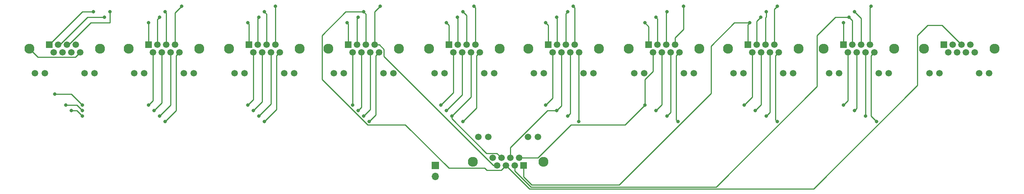
<source format=gbr>
%TF.GenerationSoftware,KiCad,Pcbnew,(5.1.10)-1*%
%TF.CreationDate,2021-12-13T10:36:09-08:00*%
%TF.ProjectId,Ethernet Splitter,45746865-726e-4657-9420-53706c697474,rev?*%
%TF.SameCoordinates,Original*%
%TF.FileFunction,Copper,L2,Bot*%
%TF.FilePolarity,Positive*%
%FSLAX46Y46*%
G04 Gerber Fmt 4.6, Leading zero omitted, Abs format (unit mm)*
G04 Created by KiCad (PCBNEW (5.1.10)-1) date 2021-12-13 10:36:09*
%MOMM*%
%LPD*%
G01*
G04 APERTURE LIST*
%TA.AperFunction,ComponentPad*%
%ADD10O,1.700000X1.700000*%
%TD*%
%TA.AperFunction,ComponentPad*%
%ADD11R,1.700000X1.700000*%
%TD*%
%TA.AperFunction,ComponentPad*%
%ADD12C,1.500000*%
%TD*%
%TA.AperFunction,ComponentPad*%
%ADD13C,2.300000*%
%TD*%
%TA.AperFunction,ComponentPad*%
%ADD14R,1.500000X1.500000*%
%TD*%
%TA.AperFunction,ViaPad*%
%ADD15C,0.800000*%
%TD*%
%TA.AperFunction,Conductor*%
%ADD16C,0.250000*%
%TD*%
G04 APERTURE END LIST*
D10*
%TO.P,J112,2*%
%TO.N,7*%
X134620000Y-109220000D03*
D11*
%TO.P,J112,1*%
%TO.N,8*%
X134620000Y-106680000D03*
%TD*%
D12*
%TO.P,J111,12*%
%TO.N,Net-(J111-Pad12)*%
X217030000Y-85360000D03*
%TO.P,J111,11*%
%TO.N,Net-(J111-Pad11)*%
X214740000Y-85360000D03*
%TO.P,J111,10*%
%TO.N,Net-(J111-Pad10)*%
X205600000Y-85360000D03*
%TO.P,J111,9*%
%TO.N,Net-(J111-Pad9)*%
X203310000Y-85360000D03*
D13*
%TO.P,J111,SH*%
%TO.N,8*%
X202040000Y-79650000D03*
X218300000Y-79650000D03*
D12*
%TO.P,J111,8*%
X213722000Y-80540000D03*
%TO.P,J111,6*%
%TO.N,6*%
X211690000Y-80540000D03*
%TO.P,J111,4*%
%TO.N,4*%
X209658000Y-80540000D03*
%TO.P,J111,2*%
%TO.N,2*%
X207626000Y-80540000D03*
%TO.P,J111,7*%
%TO.N,7*%
X212706000Y-78760000D03*
%TO.P,J111,5*%
%TO.N,5*%
X210674000Y-78760000D03*
%TO.P,J111,3*%
%TO.N,3*%
X208642000Y-78760000D03*
D14*
%TO.P,J111,1*%
%TO.N,1*%
X206610000Y-78760000D03*
%TD*%
D12*
%TO.P,J110,12*%
%TO.N,Net-(J110-Pad12)*%
X144520000Y-100080000D03*
%TO.P,J110,11*%
%TO.N,Net-(J110-Pad11)*%
X146810000Y-100080000D03*
%TO.P,J110,10*%
%TO.N,Net-(J110-Pad10)*%
X155950000Y-100080000D03*
%TO.P,J110,9*%
%TO.N,Net-(J110-Pad9)*%
X158240000Y-100080000D03*
D13*
%TO.P,J110,SH*%
%TO.N,8*%
X159510000Y-105790000D03*
X143250000Y-105790000D03*
D12*
%TO.P,J110,8*%
X147828000Y-104900000D03*
%TO.P,J110,6*%
%TO.N,6*%
X149860000Y-104900000D03*
%TO.P,J110,4*%
%TO.N,4*%
X151892000Y-104900000D03*
%TO.P,J110,2*%
%TO.N,2*%
X153924000Y-104900000D03*
%TO.P,J110,7*%
%TO.N,7*%
X148844000Y-106680000D03*
%TO.P,J110,5*%
%TO.N,5*%
X150876000Y-106680000D03*
%TO.P,J110,3*%
%TO.N,3*%
X152908000Y-106680000D03*
D14*
%TO.P,J110,1*%
%TO.N,1*%
X154940000Y-106680000D03*
%TD*%
D12*
%TO.P,J109,12*%
%TO.N,Net-(J109-Pad12)*%
X194170000Y-85340000D03*
%TO.P,J109,11*%
%TO.N,Net-(J109-Pad11)*%
X191880000Y-85340000D03*
%TO.P,J109,10*%
%TO.N,Net-(J109-Pad10)*%
X182740000Y-85340000D03*
%TO.P,J109,9*%
%TO.N,Net-(J109-Pad9)*%
X180450000Y-85340000D03*
D13*
%TO.P,J109,SH*%
%TO.N,8*%
X179180000Y-79630000D03*
X195440000Y-79630000D03*
D12*
%TO.P,J109,8*%
X190862000Y-80520000D03*
%TO.P,J109,6*%
%TO.N,6*%
X188830000Y-80520000D03*
%TO.P,J109,4*%
%TO.N,4*%
X186798000Y-80520000D03*
%TO.P,J109,2*%
%TO.N,2*%
X184766000Y-80520000D03*
%TO.P,J109,7*%
%TO.N,7*%
X189846000Y-78740000D03*
%TO.P,J109,5*%
%TO.N,5*%
X187814000Y-78740000D03*
%TO.P,J109,3*%
%TO.N,3*%
X185782000Y-78740000D03*
D14*
%TO.P,J109,1*%
%TO.N,1*%
X183750000Y-78740000D03*
%TD*%
D12*
%TO.P,J108,12*%
%TO.N,Net-(J108-Pad12)*%
X171020000Y-85360000D03*
%TO.P,J108,11*%
%TO.N,Net-(J108-Pad11)*%
X168730000Y-85360000D03*
%TO.P,J108,10*%
%TO.N,Net-(J108-Pad10)*%
X159590000Y-85360000D03*
%TO.P,J108,9*%
%TO.N,Net-(J108-Pad9)*%
X157300000Y-85360000D03*
D13*
%TO.P,J108,SH*%
%TO.N,8*%
X156030000Y-79650000D03*
X172290000Y-79650000D03*
D12*
%TO.P,J108,8*%
X167712000Y-80540000D03*
%TO.P,J108,6*%
%TO.N,6*%
X165680000Y-80540000D03*
%TO.P,J108,4*%
%TO.N,4*%
X163648000Y-80540000D03*
%TO.P,J108,2*%
%TO.N,2*%
X161616000Y-80540000D03*
%TO.P,J108,7*%
%TO.N,7*%
X166696000Y-78760000D03*
%TO.P,J108,5*%
%TO.N,5*%
X164664000Y-78760000D03*
%TO.P,J108,3*%
%TO.N,3*%
X162632000Y-78760000D03*
D14*
%TO.P,J108,1*%
%TO.N,1*%
X160600000Y-78760000D03*
%TD*%
D12*
%TO.P,J107,12*%
%TO.N,Net-(J107-Pad12)*%
X262130000Y-85340000D03*
%TO.P,J107,11*%
%TO.N,Net-(J107-Pad11)*%
X259840000Y-85340000D03*
%TO.P,J107,10*%
%TO.N,Net-(J107-Pad10)*%
X250700000Y-85340000D03*
%TO.P,J107,9*%
%TO.N,Net-(J107-Pad9)*%
X248410000Y-85340000D03*
D13*
%TO.P,J107,SH*%
%TO.N,8*%
X247140000Y-79630000D03*
X263400000Y-79630000D03*
D12*
%TO.P,J107,8*%
X258822000Y-80520000D03*
%TO.P,J107,6*%
%TO.N,6*%
X256790000Y-80520000D03*
%TO.P,J107,4*%
%TO.N,4*%
X254758000Y-80520000D03*
%TO.P,J107,2*%
%TO.N,2*%
X252726000Y-80520000D03*
%TO.P,J107,7*%
%TO.N,7*%
X257806000Y-78740000D03*
%TO.P,J107,5*%
%TO.N,5*%
X255774000Y-78740000D03*
%TO.P,J107,3*%
%TO.N,3*%
X253742000Y-78740000D03*
D14*
%TO.P,J107,1*%
%TO.N,1*%
X251710000Y-78740000D03*
%TD*%
D12*
%TO.P,J106,12*%
%TO.N,Net-(J106-Pad12)*%
X148160000Y-85340000D03*
%TO.P,J106,11*%
%TO.N,Net-(J106-Pad11)*%
X145870000Y-85340000D03*
%TO.P,J106,10*%
%TO.N,Net-(J106-Pad10)*%
X136730000Y-85340000D03*
%TO.P,J106,9*%
%TO.N,Net-(J106-Pad9)*%
X134440000Y-85340000D03*
D13*
%TO.P,J106,SH*%
%TO.N,8*%
X133170000Y-79630000D03*
X149430000Y-79630000D03*
D12*
%TO.P,J106,8*%
X144852000Y-80520000D03*
%TO.P,J106,6*%
%TO.N,6*%
X142820000Y-80520000D03*
%TO.P,J106,4*%
%TO.N,4*%
X140788000Y-80520000D03*
%TO.P,J106,2*%
%TO.N,2*%
X138756000Y-80520000D03*
%TO.P,J106,7*%
%TO.N,7*%
X143836000Y-78740000D03*
%TO.P,J106,5*%
%TO.N,5*%
X141804000Y-78740000D03*
%TO.P,J106,3*%
%TO.N,3*%
X139772000Y-78740000D03*
D14*
%TO.P,J106,1*%
%TO.N,1*%
X137740000Y-78740000D03*
%TD*%
D12*
%TO.P,J105,12*%
%TO.N,Net-(J105-Pad12)*%
X125010000Y-85360000D03*
%TO.P,J105,11*%
%TO.N,Net-(J105-Pad11)*%
X122720000Y-85360000D03*
%TO.P,J105,10*%
%TO.N,Net-(J105-Pad10)*%
X113580000Y-85360000D03*
%TO.P,J105,9*%
%TO.N,Net-(J105-Pad9)*%
X111290000Y-85360000D03*
D13*
%TO.P,J105,SH*%
%TO.N,8*%
X110020000Y-79650000D03*
X126280000Y-79650000D03*
D12*
%TO.P,J105,8*%
X121702000Y-80540000D03*
%TO.P,J105,6*%
%TO.N,6*%
X119670000Y-80540000D03*
%TO.P,J105,4*%
%TO.N,4*%
X117638000Y-80540000D03*
%TO.P,J105,2*%
%TO.N,2*%
X115606000Y-80540000D03*
%TO.P,J105,7*%
%TO.N,7*%
X120686000Y-78760000D03*
%TO.P,J105,5*%
%TO.N,5*%
X118654000Y-78760000D03*
%TO.P,J105,3*%
%TO.N,3*%
X116622000Y-78760000D03*
D14*
%TO.P,J105,1*%
%TO.N,1*%
X114590000Y-78760000D03*
%TD*%
D12*
%TO.P,J104,12*%
%TO.N,Net-(J104-Pad12)*%
X239020000Y-85340000D03*
%TO.P,J104,11*%
%TO.N,Net-(J104-Pad11)*%
X236730000Y-85340000D03*
%TO.P,J104,10*%
%TO.N,Net-(J104-Pad10)*%
X227590000Y-85340000D03*
%TO.P,J104,9*%
%TO.N,Net-(J104-Pad9)*%
X225300000Y-85340000D03*
D13*
%TO.P,J104,SH*%
%TO.N,8*%
X224030000Y-79630000D03*
X240290000Y-79630000D03*
D12*
%TO.P,J104,8*%
X235712000Y-80520000D03*
%TO.P,J104,6*%
%TO.N,6*%
X233680000Y-80520000D03*
%TO.P,J104,4*%
%TO.N,4*%
X231648000Y-80520000D03*
%TO.P,J104,2*%
%TO.N,2*%
X229616000Y-80520000D03*
%TO.P,J104,7*%
%TO.N,7*%
X234696000Y-78740000D03*
%TO.P,J104,5*%
%TO.N,5*%
X232664000Y-78740000D03*
%TO.P,J104,3*%
%TO.N,3*%
X230632000Y-78740000D03*
D14*
%TO.P,J104,1*%
%TO.N,1*%
X228600000Y-78740000D03*
%TD*%
D12*
%TO.P,J103,12*%
%TO.N,Net-(J103-Pad12)*%
X102150000Y-85340000D03*
%TO.P,J103,11*%
%TO.N,Net-(J103-Pad11)*%
X99860000Y-85340000D03*
%TO.P,J103,10*%
%TO.N,Net-(J103-Pad10)*%
X90720000Y-85340000D03*
%TO.P,J103,9*%
%TO.N,Net-(J103-Pad9)*%
X88430000Y-85340000D03*
D13*
%TO.P,J103,SH*%
%TO.N,8*%
X87160000Y-79630000D03*
X103420000Y-79630000D03*
D12*
%TO.P,J103,8*%
X98842000Y-80520000D03*
%TO.P,J103,6*%
%TO.N,6*%
X96810000Y-80520000D03*
%TO.P,J103,4*%
%TO.N,4*%
X94778000Y-80520000D03*
%TO.P,J103,2*%
%TO.N,2*%
X92746000Y-80520000D03*
%TO.P,J103,7*%
%TO.N,7*%
X97826000Y-78740000D03*
%TO.P,J103,5*%
%TO.N,5*%
X95794000Y-78740000D03*
%TO.P,J103,3*%
%TO.N,3*%
X93762000Y-78740000D03*
D14*
%TO.P,J103,1*%
%TO.N,1*%
X91730000Y-78740000D03*
%TD*%
D12*
%TO.P,J102,12*%
%TO.N,Net-(J102-Pad12)*%
X79000000Y-85360000D03*
%TO.P,J102,11*%
%TO.N,Net-(J102-Pad11)*%
X76710000Y-85360000D03*
%TO.P,J102,10*%
%TO.N,Net-(J102-Pad10)*%
X67570000Y-85360000D03*
%TO.P,J102,9*%
%TO.N,Net-(J102-Pad9)*%
X65280000Y-85360000D03*
D13*
%TO.P,J102,SH*%
%TO.N,8*%
X64010000Y-79650000D03*
X80270000Y-79650000D03*
D12*
%TO.P,J102,8*%
X75692000Y-80540000D03*
%TO.P,J102,6*%
%TO.N,6*%
X73660000Y-80540000D03*
%TO.P,J102,4*%
%TO.N,4*%
X71628000Y-80540000D03*
%TO.P,J102,2*%
%TO.N,2*%
X69596000Y-80540000D03*
%TO.P,J102,7*%
%TO.N,7*%
X74676000Y-78760000D03*
%TO.P,J102,5*%
%TO.N,5*%
X72644000Y-78760000D03*
%TO.P,J102,3*%
%TO.N,3*%
X70612000Y-78760000D03*
D14*
%TO.P,J102,1*%
%TO.N,1*%
X68580000Y-78760000D03*
%TD*%
D12*
%TO.P,J101,12*%
%TO.N,Net-(J101-Pad12)*%
X56140000Y-85340000D03*
%TO.P,J101,11*%
%TO.N,Net-(J101-Pad11)*%
X53850000Y-85340000D03*
%TO.P,J101,10*%
%TO.N,Net-(J101-Pad10)*%
X44710000Y-85340000D03*
%TO.P,J101,9*%
%TO.N,Net-(J101-Pad9)*%
X42420000Y-85340000D03*
D13*
%TO.P,J101,SH*%
%TO.N,8*%
X41150000Y-79630000D03*
X57410000Y-79630000D03*
D12*
%TO.P,J101,8*%
X52832000Y-80520000D03*
%TO.P,J101,6*%
%TO.N,6*%
X50800000Y-80520000D03*
%TO.P,J101,4*%
%TO.N,4*%
X48768000Y-80520000D03*
%TO.P,J101,2*%
%TO.N,2*%
X46736000Y-80520000D03*
%TO.P,J101,7*%
%TO.N,7*%
X51816000Y-78740000D03*
%TO.P,J101,5*%
%TO.N,5*%
X49784000Y-78740000D03*
%TO.P,J101,3*%
%TO.N,3*%
X47752000Y-78740000D03*
D14*
%TO.P,J101,1*%
%TO.N,1*%
X45720000Y-78740000D03*
%TD*%
D15*
%TO.N,8*%
X236220000Y-96520000D03*
X213360000Y-96520000D03*
X190500000Y-96520000D03*
X167640000Y-96520000D03*
X140970000Y-96520000D03*
X119380000Y-96520000D03*
X95250000Y-96520000D03*
X72390000Y-96520000D03*
%TO.N,6*%
X50800000Y-93980000D03*
X53340000Y-95250000D03*
X233680000Y-95250000D03*
X210820000Y-95250000D03*
X187960000Y-95250000D03*
X165100000Y-95250000D03*
X138430000Y-95250000D03*
X118110000Y-95250000D03*
X93980000Y-95250000D03*
X71120000Y-95250000D03*
%TO.N,4*%
X49530000Y-92710000D03*
X53340000Y-93980000D03*
X231140000Y-93980000D03*
X208280000Y-93980000D03*
X185420000Y-93980000D03*
X162560000Y-93980000D03*
X137160000Y-93980000D03*
X116840000Y-93980000D03*
X92710000Y-93980000D03*
X69850000Y-93980000D03*
%TO.N,2*%
X46990000Y-90170000D03*
X53340000Y-92710000D03*
X228600000Y-92710000D03*
X205740000Y-92710000D03*
X182880000Y-92710000D03*
X160020000Y-92710000D03*
X135890000Y-92710000D03*
X115570000Y-92710000D03*
X91440000Y-92710000D03*
X68580000Y-92710000D03*
%TO.N,7*%
X234950000Y-69850000D03*
X213360000Y-69850000D03*
X166370000Y-69850000D03*
X143510000Y-69850000D03*
X121920000Y-69850000D03*
X97790000Y-69850000D03*
X76200000Y-69850000D03*
X191770000Y-69850000D03*
%TO.N,5*%
X59689995Y-71119995D03*
X72390005Y-71119995D03*
X95250005Y-71119995D03*
X118110005Y-71119995D03*
X140970005Y-71119995D03*
X187960005Y-71119995D03*
X231140005Y-71119995D03*
X210820005Y-71119995D03*
X165100005Y-71119995D03*
%TO.N,3*%
X58420000Y-72390000D03*
X71120000Y-72390000D03*
X93980000Y-72390000D03*
X116840000Y-72390000D03*
X139700000Y-72390000D03*
X185420000Y-72390000D03*
X229870000Y-72390000D03*
X209550000Y-72390000D03*
X162560000Y-72390000D03*
%TO.N,1*%
X55880000Y-71120000D03*
X68580000Y-73660000D03*
X91440000Y-73660000D03*
X114300000Y-73660000D03*
X137160000Y-73660000D03*
X182880000Y-73660000D03*
X228600000Y-73660000D03*
X207010000Y-73660000D03*
X160020000Y-73660000D03*
%TD*%
D16*
%TO.N,8*%
X74942001Y-93967999D02*
X72390000Y-96520000D01*
X74942001Y-81289999D02*
X74942001Y-93967999D01*
X75692000Y-80540000D02*
X74942001Y-81289999D01*
X98092001Y-93677999D02*
X95250000Y-96520000D01*
X98092001Y-81269999D02*
X98092001Y-93677999D01*
X98842000Y-80520000D02*
X98092001Y-81269999D01*
X120952001Y-94947999D02*
X119380000Y-96520000D01*
X120952001Y-81289999D02*
X120952001Y-94947999D01*
X121702000Y-80540000D02*
X120952001Y-81289999D01*
X144102001Y-81269999D02*
X144102001Y-93387999D01*
X144852000Y-80520000D02*
X144102001Y-81269999D01*
X144102001Y-93387999D02*
X140970000Y-96520000D01*
X167640000Y-80612000D02*
X167640000Y-96520000D01*
X167712000Y-80540000D02*
X167640000Y-80612000D01*
X190112001Y-96132001D02*
X190500000Y-96520000D01*
X190112001Y-81269999D02*
X190112001Y-96132001D01*
X190862000Y-80520000D02*
X190112001Y-81269999D01*
X212972001Y-96132001D02*
X213360000Y-96520000D01*
X212972001Y-81289999D02*
X212972001Y-96132001D01*
X213722000Y-80540000D02*
X212972001Y-81289999D01*
X234962001Y-81269999D02*
X234962001Y-95262001D01*
X235712000Y-80520000D02*
X234962001Y-81269999D01*
X234962001Y-95262001D02*
X236220000Y-96520000D01*
X43115001Y-81595001D02*
X41150000Y-79630000D01*
X51756999Y-81595001D02*
X43115001Y-81595001D01*
X52832000Y-80520000D02*
X51756999Y-81595001D01*
%TO.N,6*%
X50800000Y-93980000D02*
X52070000Y-93980000D01*
X52070000Y-93980000D02*
X53340000Y-95250000D01*
X53340000Y-95250000D02*
X53340000Y-95250000D01*
X73660000Y-80540000D02*
X73660000Y-92710000D01*
X73660000Y-92710000D02*
X71120000Y-95250000D01*
X96810000Y-92420000D02*
X93980000Y-95250000D01*
X96810000Y-80520000D02*
X96810000Y-92420000D01*
X119670000Y-93690000D02*
X118110000Y-95250000D01*
X119670000Y-80540000D02*
X119670000Y-93690000D01*
X142820000Y-90860000D02*
X138430000Y-95250000D01*
X142820000Y-80520000D02*
X142820000Y-90860000D01*
X165680000Y-94670000D02*
X165100000Y-95250000D01*
X165680000Y-80540000D02*
X165680000Y-94670000D01*
X188830000Y-94380000D02*
X187960000Y-95250000D01*
X188830000Y-80520000D02*
X188830000Y-94380000D01*
X211690000Y-94380000D02*
X210820000Y-95250000D01*
X211690000Y-80540000D02*
X211690000Y-94380000D01*
X233680000Y-80520000D02*
X233680000Y-95250000D01*
X138430000Y-95815685D02*
X138430000Y-95250000D01*
X146439314Y-103824999D02*
X138430000Y-95815685D01*
X148784999Y-103824999D02*
X146439314Y-103824999D01*
X149860000Y-104900000D02*
X148784999Y-103824999D01*
%TO.N,4*%
X49530000Y-92710000D02*
X52070000Y-92710000D01*
X52070000Y-92710000D02*
X53340000Y-93980000D01*
X53340000Y-93980000D02*
X53340000Y-93980000D01*
X71628000Y-92202000D02*
X69850000Y-93980000D01*
X71628000Y-80540000D02*
X71628000Y-92202000D01*
X94778000Y-91912000D02*
X92710000Y-93980000D01*
X94778000Y-80520000D02*
X94778000Y-91912000D01*
X117638000Y-93182000D02*
X116840000Y-93980000D01*
X117638000Y-80540000D02*
X117638000Y-93182000D01*
X140788000Y-90352000D02*
X137160000Y-93980000D01*
X140788000Y-80520000D02*
X140788000Y-90352000D01*
X163648000Y-92892000D02*
X162560000Y-93980000D01*
X163648000Y-80540000D02*
X163648000Y-92892000D01*
X186798000Y-80520000D02*
X186798000Y-92602000D01*
X186798000Y-92602000D02*
X185420000Y-93980000D01*
X209658000Y-92602000D02*
X208280000Y-93980000D01*
X209658000Y-80540000D02*
X209658000Y-92602000D01*
X231648000Y-93472000D02*
X231140000Y-93980000D01*
X231648000Y-80520000D02*
X231648000Y-93472000D01*
X160458998Y-93980000D02*
X162560000Y-93980000D01*
X151892000Y-102546998D02*
X160458998Y-93980000D01*
X151892000Y-104900000D02*
X151892000Y-102546998D01*
%TO.N,2*%
X46990000Y-90170000D02*
X50800000Y-90170000D01*
X50800000Y-90170000D02*
X53340000Y-92710000D01*
X53340000Y-92710000D02*
X53340000Y-92710000D01*
X69596000Y-91694000D02*
X68580000Y-92710000D01*
X69596000Y-80540000D02*
X69596000Y-91694000D01*
X92746000Y-80520000D02*
X92746000Y-91404000D01*
X92746000Y-91404000D02*
X91440000Y-92710000D01*
X115606000Y-80540000D02*
X115606000Y-92674000D01*
X115606000Y-92674000D02*
X115570000Y-92710000D01*
X138756000Y-89844000D02*
X135890000Y-92710000D01*
X138756000Y-80520000D02*
X138756000Y-89844000D01*
X161616000Y-80540000D02*
X161616000Y-91114000D01*
X161616000Y-91114000D02*
X160020000Y-92710000D01*
X182880000Y-86791002D02*
X182880000Y-92710000D01*
X184766000Y-84905002D02*
X182880000Y-86791002D01*
X184766000Y-80520000D02*
X184766000Y-84905002D01*
X207626000Y-90824000D02*
X207626000Y-80540000D01*
X205740000Y-92710000D02*
X207626000Y-90824000D01*
X229616000Y-91694000D02*
X228600000Y-92710000D01*
X229616000Y-80520000D02*
X229616000Y-91694000D01*
X165871997Y-97245001D02*
X178344999Y-97245001D01*
X158216998Y-104900000D02*
X165871997Y-97245001D01*
X153924000Y-104900000D02*
X158216998Y-104900000D01*
X178344999Y-97245001D02*
X182880000Y-92710000D01*
%TO.N,7*%
X234696000Y-78740000D02*
X234696000Y-70104000D01*
X212706000Y-70504000D02*
X213360000Y-69850000D01*
X212706000Y-78760000D02*
X212706000Y-70504000D01*
X189846000Y-77127998D02*
X191770000Y-75203998D01*
X189846000Y-78740000D02*
X189846000Y-77127998D01*
X191770000Y-75203998D02*
X191770000Y-69850000D01*
X166696000Y-70176000D02*
X166370000Y-69850000D01*
X166696000Y-78760000D02*
X166696000Y-70176000D01*
X97826000Y-69886000D02*
X97790000Y-69850000D01*
X97826000Y-78740000D02*
X97826000Y-69886000D01*
X74676000Y-71374000D02*
X76200000Y-69850000D01*
X74676000Y-78760000D02*
X74676000Y-71374000D01*
X120686000Y-71084000D02*
X121920000Y-69850000D01*
X120686000Y-78760000D02*
X120686000Y-71084000D01*
X143836000Y-70176000D02*
X143510000Y-69850000D01*
X143836000Y-78740000D02*
X143836000Y-70176000D01*
X121746660Y-78760000D02*
X120686000Y-78760000D01*
X122777001Y-79790341D02*
X121746660Y-78760000D01*
X122777001Y-81440003D02*
X122777001Y-79790341D01*
X148016998Y-106680000D02*
X122777001Y-81440003D01*
X148844000Y-106680000D02*
X148016998Y-106680000D01*
%TO.N,5*%
X59689995Y-71119995D02*
X59689995Y-73659995D01*
X50203998Y-78740000D02*
X49784000Y-78740000D01*
X55284003Y-73659995D02*
X50203998Y-78740000D01*
X59689995Y-73659995D02*
X55284003Y-73659995D01*
X72644000Y-78760000D02*
X72644000Y-71374000D01*
X72390005Y-71120005D02*
X72390005Y-71119995D01*
X72644000Y-71374000D02*
X72390005Y-71120005D01*
X95794000Y-71663990D02*
X95250005Y-71119995D01*
X95794000Y-78740000D02*
X95794000Y-71663990D01*
X118654000Y-71663990D02*
X118110005Y-71119995D01*
X118654000Y-78760000D02*
X118654000Y-71663990D01*
X141804000Y-71953990D02*
X140970005Y-71119995D01*
X141804000Y-78740000D02*
X141804000Y-71953990D01*
X187814000Y-78740000D02*
X187814000Y-71266000D01*
X187814000Y-71266000D02*
X187960005Y-71119995D01*
X232664000Y-72643990D02*
X231140005Y-71119995D01*
X232664000Y-78740000D02*
X232664000Y-72643990D01*
X164664000Y-71556000D02*
X165100005Y-71119995D01*
X164664000Y-78760000D02*
X164664000Y-71556000D01*
X210820005Y-72294993D02*
X210820005Y-71119995D01*
X210674000Y-72440998D02*
X210820005Y-72294993D01*
X210674000Y-78760000D02*
X210674000Y-72440998D01*
X245664999Y-76568999D02*
X247983999Y-74249999D01*
X251283999Y-74249999D02*
X255774000Y-78740000D01*
X245664999Y-88148003D02*
X245664999Y-76568999D01*
X221742982Y-112070020D02*
X245664999Y-88148003D01*
X156266020Y-112070020D02*
X221742982Y-112070020D01*
X247983999Y-74249999D02*
X251283999Y-74249999D01*
X150876000Y-106680000D02*
X156266020Y-112070020D01*
X108544999Y-76588999D02*
X114014003Y-71119995D01*
X119031999Y-97245001D02*
X108544999Y-86758001D01*
X127725001Y-97245001D02*
X119031999Y-97245001D01*
X137749999Y-107269999D02*
X127725001Y-97245001D01*
X145966001Y-107269999D02*
X137749999Y-107269999D01*
X146451003Y-107755001D02*
X145966001Y-107269999D01*
X114014003Y-71119995D02*
X118110005Y-71119995D01*
X149800999Y-107755001D02*
X146451003Y-107755001D01*
X108544999Y-86758001D02*
X108544999Y-76588999D01*
X150876000Y-106680000D02*
X149800999Y-107755001D01*
%TO.N,3*%
X48192998Y-78740000D02*
X47752000Y-78740000D01*
X54542998Y-72390000D02*
X48192998Y-78740000D01*
X58420000Y-72390000D02*
X54542998Y-72390000D01*
X70612000Y-72898000D02*
X71120000Y-72390000D01*
X70612000Y-78760000D02*
X70612000Y-72898000D01*
X93762000Y-72608000D02*
X93980000Y-72390000D01*
X93762000Y-78740000D02*
X93762000Y-72608000D01*
X116622000Y-72608000D02*
X116840000Y-72390000D01*
X116622000Y-78760000D02*
X116622000Y-72608000D01*
X139772000Y-78740000D02*
X139772000Y-72462000D01*
X139772000Y-72462000D02*
X139700000Y-72390000D01*
X185782000Y-72752000D02*
X185420000Y-72390000D01*
X185782000Y-78740000D02*
X185782000Y-72752000D01*
X230632000Y-73152000D02*
X229870000Y-72390000D01*
X230632000Y-78740000D02*
X230632000Y-73152000D01*
X162632000Y-72462000D02*
X162560000Y-72390000D01*
X162632000Y-78760000D02*
X162632000Y-72462000D01*
X208642000Y-78760000D02*
X208642000Y-73298000D01*
X208642000Y-73298000D02*
X209550000Y-72390000D01*
X226733998Y-72390000D02*
X229870000Y-72390000D01*
X222554999Y-76568999D02*
X226733998Y-72390000D01*
X222554999Y-88398003D02*
X222554999Y-76568999D01*
X199332991Y-111620011D02*
X222554999Y-88398003D01*
X156607599Y-111620011D02*
X199332991Y-111620011D01*
X152908000Y-107920412D02*
X156607599Y-111620011D01*
X152908000Y-106680000D02*
X152908000Y-107920412D01*
%TO.N,1*%
X53340000Y-71120000D02*
X45720000Y-78740000D01*
X55880000Y-71120000D02*
X53340000Y-71120000D01*
X68580000Y-78760000D02*
X68580000Y-73660000D01*
X91730000Y-73950000D02*
X91440000Y-73660000D01*
X91730000Y-78740000D02*
X91730000Y-73950000D01*
X114590000Y-73950000D02*
X114300000Y-73660000D01*
X114590000Y-78760000D02*
X114590000Y-73950000D01*
X137740000Y-74240000D02*
X137160000Y-73660000D01*
X137740000Y-78740000D02*
X137740000Y-74240000D01*
X183750000Y-74530000D02*
X182880000Y-73660000D01*
X183750000Y-78740000D02*
X183750000Y-74530000D01*
X228600000Y-78740000D02*
X228600000Y-73660000D01*
X160600000Y-78760000D02*
X160600000Y-74240000D01*
X160600000Y-74240000D02*
X160020000Y-73660000D01*
X206610000Y-78760000D02*
X206610001Y-74059999D01*
X206610001Y-74059999D02*
X207010000Y-73660000D01*
X203493998Y-73660000D02*
X198120000Y-79033998D01*
X207010000Y-73660000D02*
X203493998Y-73660000D01*
X154940000Y-109316002D02*
X154940000Y-106680000D01*
X156793999Y-111170001D02*
X154940000Y-109316002D01*
X176923001Y-111170001D02*
X156793999Y-111170001D01*
X198120000Y-89973002D02*
X176923001Y-111170001D01*
X198120000Y-79033998D02*
X198120000Y-89973002D01*
%TD*%
M02*

</source>
